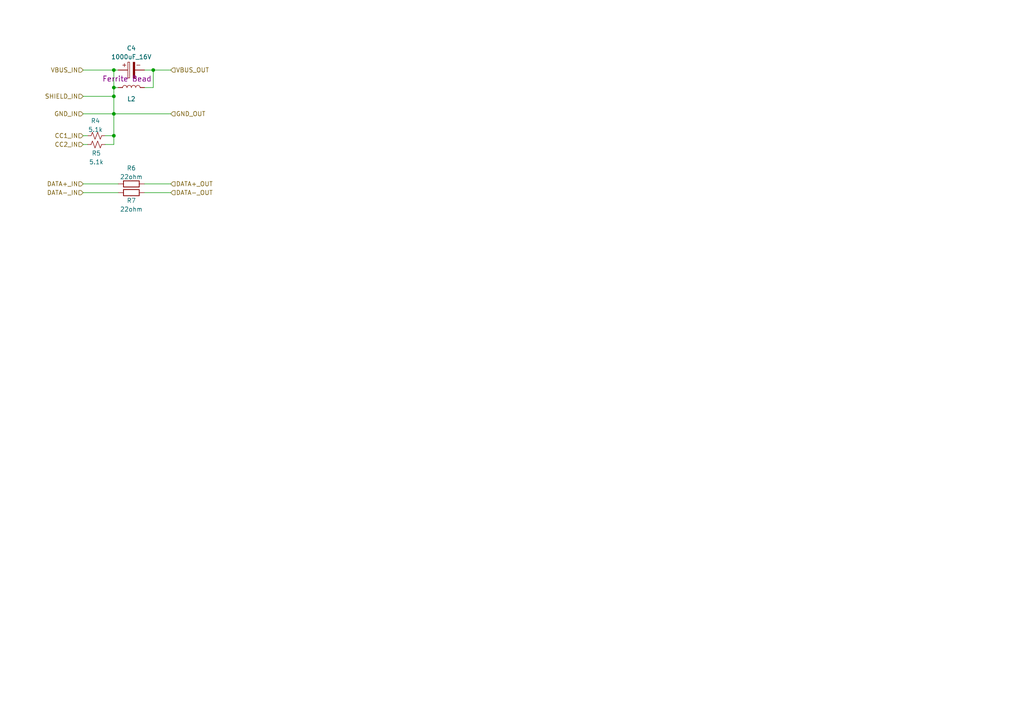
<source format=kicad_sch>
(kicad_sch (version 20250114) (generator "eeschema") (generator_version "9.0")
  (paper "A4")
  (title_block (rev "1 - do not edit connector pin layout.") (company "Henry's Software House"))
  (lib_symbols
    (symbol "PCM_4ms_Inductor:FerriteBead_0603_1.5A" (pin_numbers (hide yes)) (pin_names (offset 1.016) (hide yes))
      (property "Reference" "L" (at -1.27 0 90))
      (property "Display" "Ferrite Bead" (at 2.54 1.27 90))
      (symbol "FerriteBead_0603_1.5A_0_1"
        (arc (start 0 2.54) (mid 0.6323 1.905) (end 0 1.27))
        (arc (start 0 1.27) (mid 0.6323 0.635) (end 0 0))
        (arc (start 0 0) (mid 0.6323 -0.635) (end 0 -1.27))
        (arc (start 0 -1.27) (mid 0.6323 -1.905) (end 0 -2.54))
      )
      (symbol "FerriteBead_0603_1.5A_1_1"
        (pin passive line (at 0 3.81 270) (length 1.27) (name "1") (number "1"))
        (pin passive line (at 0 -3.81 90) (length 1.27) (name "2") (number "2"))
      )
    )
    (symbol "PCM_SL_Capacitors:1000uF_16V"
      (property "Reference" "C" (at 0 7.62 0))
      (property "Value" "1000uF_16V" (at 0 5.08 0))
      (symbol "1000uF_16V_0_0"
        (text "+" (at -2.032 1.524 0) (effects (font (size 1.27 1.27))))
        (text "-" (at 2.032 1.524 0) (effects (font (size 1.27 1.27))))
      )
      (symbol "1000uF_16V_0_1"
        (rectangle (start -1.016 -2.286) (end -0.508 2.286))
        (rectangle (start 0.508 -2.286) (end 1.016 2.286) (fill (type outline)))
      )
      (symbol "1000uF_16V_1_1"
        (pin passive line (at -3.81 0 0) (length 2.7) (name "~") (number "1"))
        (pin input line (at 3.81 0 180) (length 2.7) (name "~") (number "2"))
      )
    )
    (symbol "PCM_SL_Resistors:20k"
      (property "Reference" "R" (at 0 5.08 0))
      (property "Value" "20k" (at 0 2.54 0))
      (symbol "20k_0_1"
        (rectangle (start -2.286 0.889) (end 2.286 -0.889) (stroke (width 0.24)))
      )
      (symbol "20k_1_1"
        (pin passive line (at -3.81 0 0) (length 1.5) (name "") (number "1"))
        (pin passive line (at 3.81 0 180) (length 1.5) (name "~") (number "2"))
      )
    )
    (symbol "PCM_SparkFun-Resistor:5.1k_0402" (pin_numbers (hide yes)) (pin_names (offset 0))
      (property "Reference" "R" (at 0 -2.54 0))
      (property "Value" "5.1k" (at 0 2.54 0))
      (symbol "5.1k_0402_0_1"
        (polyline (pts (xy -1.524 0) (xy -1.143 1.016) (xy -0.762 0) (xy -0.381 -1.016) (xy 0 0)))
        (polyline (pts (xy 0 0) (xy 0.381 1.016) (xy 0.762 0) (xy 1.143 -1.016) (xy 1.524 0)))
      )
      (symbol "5.1k_0402_1_1"
        (pin passive line (at -2.54 0 0) (length 1.016) (name "~") (number "1"))
        (pin passive line (at 2.54 0 180) (length 1.016) (name "~") (number "2"))
      )
    )
  )
  (junction (at 33.02 33.02))
  (junction (at 44.45 20.32))
  (junction (at 33.02 39.37))
  (junction (at 33.02 20.32))
  (junction (at 33.02 25.4))
  (junction (at 33.02 27.94))
  (wire (pts (xy 34.29 55.88) (xy 24.13 55.88)))
  (wire (pts (xy 24.13 33.02) (xy 33.02 33.02)))
  (wire (pts (xy 33.02 20.32) (xy 24.13 20.32)))
  (wire (pts (xy 44.45 20.32) (xy 44.45 25.4)))
  (wire (pts (xy 41.91 55.88) (xy 49.53 55.88)))
  (wire (pts (xy 44.45 25.4) (xy 41.91 25.4)))
  (wire (pts (xy 24.13 27.94) (xy 33.02 27.94)))
  (wire (pts (xy 34.29 20.32) (xy 33.02 20.32)))
  (wire (pts (xy 30.48 41.91) (xy 33.02 41.91)))
  (wire (pts (xy 34.29 25.4) (xy 33.02 25.4)))
  (wire (pts (xy 24.13 41.91) (xy 25.4 41.91)))
  (wire (pts (xy 30.48 39.37) (xy 33.02 39.37)))
  (wire (pts (xy 34.29 53.34) (xy 24.13 53.34)))
  (wire (pts (xy 33.02 20.32) (xy 33.02 25.4)))
  (wire (pts (xy 33.02 41.91) (xy 33.02 39.37)))
  (wire (pts (xy 41.91 20.32) (xy 44.45 20.32)))
  (wire (pts (xy 49.53 33.02) (xy 33.02 33.02)))
  (wire (pts (xy 33.02 39.37) (xy 33.02 33.02)))
  (wire (pts (xy 33.02 25.4) (xy 33.02 27.94)))
  (wire (pts (xy 44.45 20.32) (xy 49.53 20.32)))
  (wire (pts (xy 33.02 27.94) (xy 33.02 33.02)))
  (wire (pts (xy 24.13 39.37) (xy 25.4 39.37)))
  (wire (pts (xy 41.91 53.34) (xy 49.53 53.34)))
  (hierarchical_label "CC2_IN" (shape input) (at 24.13 41.91 180))
  (hierarchical_label "VBUS_OUT" (shape input) (at 49.53 20.32 0))
  (hierarchical_label "GND_OUT" (shape input) (at 49.53 33.02 0))
  (hierarchical_label "DATA+_OUT" (shape input) (at 49.53 53.34 0))
  (hierarchical_label "CC1_IN" (shape input) (at 24.13 39.37 180))
  (hierarchical_label "GND_IN" (shape input) (at 24.13 33.02 180))
  (hierarchical_label "DATA-_IN" (shape input) (at 24.13 55.88 180))
  (hierarchical_label "DATA-_OUT" (shape input) (at 49.53 55.88 0))
  (hierarchical_label "DATA+_IN" (shape input) (at 24.13 53.34 180))
  (hierarchical_label "SHIELD_IN" (shape input) (at 24.13 27.94 180))
  (hierarchical_label "VBUS_IN" (shape input) (at 24.13 20.32 180))
  (symbol (lib_id "PCM_SL_Resistors:20k") (at 38.1 55.88 0) (unit 1)
    (property "Reference" "R7" (at 38.1 58.166 0))
    (property "Value" "22ohm" (at 38.1 60.706 0))
    (property "Footprint" "Resistor_THT:R_Axial_DIN0207_L6.3mm_D2.5mm_P10.16mm_Horizontal" (effects (hide yes)))
    (property "Description" "20kΩ, 1/4W Resistor" (effects (hide yes)))
  )
  (symbol (lib_id "PCM_SparkFun-Resistor:5.1k_0402") (at 27.94 39.37 0) (unit 1)
    (property "Reference" "R4" (at 27.686 35.052 0))
    (property "Value" "5.1k" (at 27.686 37.592 0))
    (property "Footprint" "PCM_SparkFun-Resistor:R_0402_1005Metric" (effects (hide yes)))
    (property "Datasheet" "https://www.vishay.com/docs/20035/dcrcwe3.pdf" (effects (hide yes)))
    (property "Description" "Resistor" (effects (hide yes)))
    (property "PROD_ID" "RES-14340" (effects (hide yes)))
  )
  (symbol (lib_id "PCM_4ms_Inductor:FerriteBead_0603_1.5A") (at 38.1 25.4 90) (unit 1)
    (property "Reference" "L2" (at 38.1 28.702 90))
    (property "Value" "FerriteBead_0603_1.5A" (effects (hide yes)))
    (property "Footprint" "Inductor_SMD:L_0201_0603Metric_Pad0.64x0.40mm_HandSolder" (effects (hide yes)))
    (property "Description" "Chip Bead, Ferrite Chip Bead, Z=30Ω @ 100MHz, RmaxDC=90mΩ, ImaxDC=1.5A" (effects (hide yes)))
    (property "Specifications" "Chip Bead, Ferrite Chip Bead, Z=30Ω @ 100MHz, RmaxDC=90mΩ, ImaxDC=1.5A" (effects (hide yes)))
    (property "Manufacturer" "Laird" (effects (hide yes)))
    (property "Part Number" "MI0603K300R-10" (effects (hide yes)))
    (property "Display" "Ferrite Bead" (at 36.83 22.86 90) (effects (font (size 1.524 1.524))))
  )
  (symbol (lib_id "PCM_SL_Capacitors:1000uF_16V") (at 38.1 20.32 0) (unit 1)
    (property "Reference" "C4" (at 38.1 13.97 0))
    (property "Value" "1000uF_16V" (at 38.1 16.51 0))
    (property "Footprint" "Capacitor_THT:CP_Radial_D10.0mm_P5.00mm" (effects (hide yes)))
    (property "Description" "1000uF, 16V Electrolytic Capacitor" (effects (hide yes)))
  )
  (symbol (lib_id "PCM_SparkFun-Resistor:5.1k_0402") (at 27.94 41.91 0) (unit 1)
    (property "Reference" "R5" (at 27.94 44.45 0))
    (property "Value" "5.1k" (at 27.94 46.99 0))
    (property "Footprint" "PCM_SparkFun-Resistor:R_0402_1005Metric" (effects (hide yes)))
    (property "Datasheet" "https://www.vishay.com/docs/20035/dcrcwe3.pdf" (effects (hide yes)))
    (property "Description" "Resistor" (effects (hide yes)))
    (property "PROD_ID" "RES-14340" (effects (hide yes)))
  )
  (symbol (lib_id "PCM_SL_Resistors:20k") (at 38.1 53.34 0) (unit 1)
    (property "Reference" "R6" (at 38.1 48.768 0))
    (property "Value" "22ohm" (at 38.1 51.308 0))
    (property "Footprint" "Resistor_THT:R_Axial_DIN0207_L6.3mm_D2.5mm_P10.16mm_Horizontal" (effects (hide yes)))
    (property "Description" "20kΩ, 1/4W Resistor" (effects (hide yes)))
  )
)
</source>
